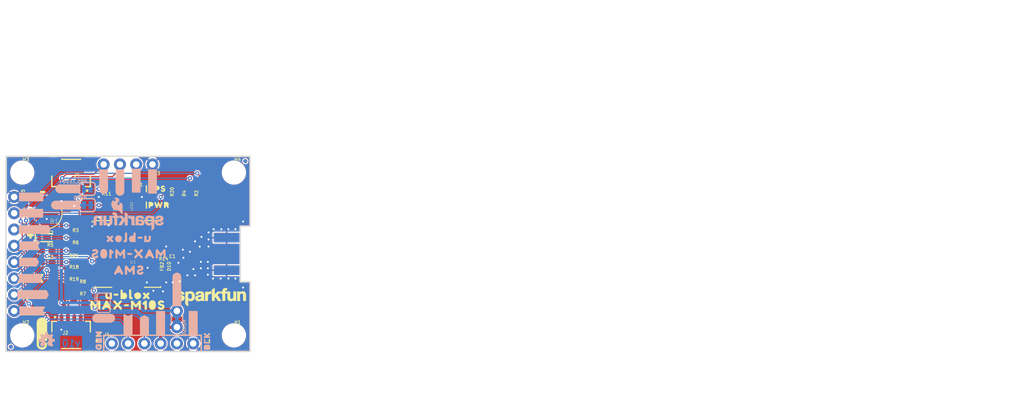
<source format=kicad_pcb>
(kicad_pcb (version 20211014) (generator pcbnew)
  (layers (0 "F.Cu" signal) (31 "B.Cu" signal) (34 "B.Paste" user) (35 "F.Paste" user) (36 "B.SilkS" user "B.Silkscreen") (37 "F.SilkS" user "F.Silkscreen") (38 "B.Mask" user) (39 "F.Mask" user) (44 "Edge.Cuts" user))
  (net 0 "")
  (net 1 "3.3V")
  (net 2 "GND")
  (net 3 "SCL")
  (net 4 "SDA")
  (net 5 "~{RESET}")
  (net 6 "TXLV")
  (net 7 "RXLV")
  (net 8 "BACKUP")
  (net 9 "INT")
  (net 10 "PPS")
  (net 11 "N$5")
  (net 12 "N$8")
  (net 13 "N$2")
  (net 14 "N$4")
  (net 15 "N$6")
  (net 16 "SDA_LV")
  (net 17 "SCL_LV")
  (net 18 "~{SAFE}")
  (net 19 "RXI")
  (net 20 "TXO")
  (net 21 "N$10")
  (net 22 "VCC_RF")
  (net 23 "ANT_VCC")
  (net 24 "EXTINT_LV")
  (net 25 "RST_LV")
  (net 26 "PPS_LV")
  (net 27 "SAFE_LV")
  (net 28 "N$17")
  (net 29 "GPS_RF")
  (net 30 "N$1")
  (footprint "eagleBoard:LED-0603" (layer "F.Cu") (at 149.7711 97.3836)
    (fp_text reference "LED2")
    (fp_text value "RED")
  )
  (footprint "eagleBoard:0603" (layer "F.Cu") (at 140.8811 104.4956 180)
    (fp_text reference "R21")
    (fp_text value "33")
  )
  (footprint "eagleBoard:0603" (layer "F.Cu") (at 158.0261 96.1136 90)
    (fp_text reference "R4")
    (fp_text value "33")
  )
  (footprint "eagleBoard:1X08_NO_SILK" (layer "F.Cu") (at 130.7211 96.1136 -90)
    (fp_text reference "J5")
    (fp_text value "")
  )
  (footprint "eagleBoard:MAX#M10S1" (layer "F.Cu") (at 148.5011 113.0046)
    (fp_text reference "U$18" hide)
    (fp_text value "" hide)
  )
  (footprint "eagleBoard:0402-TIGHT" (layer "F.Cu") (at 154.8511 106.1466)
    (fp_text reference "C1")
    (fp_text value "47pF" hide)
  )
  (footprint "eagleBoard:0603" (layer "F.Cu") (at 140.8811 108.1786 180)
    (fp_text reference "R19")
    (fp_text value "33")
  )
  (footprint "eagleBoard:U#BLOX0" (layer "F.Cu") (at 148.5011 111.3536)
    (fp_text reference "U$20" hide)
    (fp_text value "" hide)
  )
  (footprint "eagleBoard:0603" (layer "F.Cu") (at 145.9611 97.3836 180)
    (fp_text reference "R1")
    (fp_text value "1k")
  )
  (footprint "eagleBoard:0603" (layer "F.Cu") (at 156.1211 96.1136 90)
    (fp_text reference "R20")
    (fp_text value "33")
  )
  (footprint "eagleBoard:0402-TIGHT" (layer "F.Cu") (at 155.4511 107.7436 90)
    (fp_text reference "D10")
    (fp_text value "PESD0402-0402T")
  )
  (footprint "eagleBoard:0603" (layer "F.Cu") (at 140.8811 111.9886)
    (fp_text reference "R7")
    (fp_text value "2.2k")
  )
  (footprint "eagleBoard:STAND-OFF" (layer "F.Cu") (at 165.0111 117.7036)
    (fp_text reference "H1")
    (fp_text value "STAND-OFF")
  )
  (footprint "eagleBoard:0402-TIGHT" (layer "F.Cu") (at 154.8511 105.0036 180)
    (fp_text reference "R14")
    (fp_text value "33OHM-0402T-1/10W-1%" hide)
  )
  (footprint "eagleBoard:JST04_1MM_RA" (layer "F.Cu") (at 139.6111 94.8436 180)
    (fp_text reference "J4")
    (fp_text value "Qwiic Right Angle" hide)
  )
  (footprint "eagleBoard:GRN1" (layer "F.Cu") (at 143.9291 118.4656 90)
    (fp_text reference "U$5" hide)
    (fp_text value "" hide)
  )
  (footprint "eagleBoard:MAX-M10S" (layer "F.Cu") (at 148.5011 105.0036 180)
    (fp_text reference "U1")
    (fp_text value "MAX-M10S")
  )
  (footprint "eagleBoard:1X04_NO_SILK" (layer "F.Cu") (at 152.3111 91.0336 180)
    (fp_text reference "J3")
    (fp_text value "PTH" hide)
  )
  (footprint "eagleBoard:#0" (layer "F.Cu") (at 133.3881 102.0826)
    (fp_text reference "U$37" hide)
    (fp_text value "" hide)
  )
  (footprint "eagleBoard:0603" (layer "F.Cu") (at 135.8011 104.3686)
    (fp_text reference "R5")
    (fp_text value "3.3k")
  )
  (footprint "eagleBoard:##RST##0" (layer "F.Cu") (at 133.3881 113.8936)
    (fp_text reference "U$39" hide)
    (fp_text value "" hide)
  )
  (footprint "eagleBoard:ML414H_IV01E" (layer "F.Cu") (at 135.8011 98.6536 180)
    (fp_text reference "B1")
    (fp_text value "6.8MM_COIN_CELL" hide)
  )
  (footprint "eagleBoard:SMA-EDGE" (layer "F.Cu") (at 163.8681 105.0036 -90)
    (fp_text reference "E1" hide)
    (fp_text value "ANTENNA-SMA-GROUNDEDEDGE_SMA" hide)
  )
  (footprint "eagleBoard:ORDERING_INSTRUCTIONS" (layer "F.Cu") (at 186.6011 65.6336)
    (fp_text reference "U$2" hide)
    (fp_text value "SPECIAL_INSTRUCTIONS-ORDERING" hide)
  )
  (footprint "eagleBoard:0603" (layer "F.Cu") (at 140.8811 110.0836)
    (fp_text reference "R8")
    (fp_text value "2.2k")
  )
  (footprint "eagleBoard:LED-0603" (layer "F.Cu") (at 149.7711 94.8436)
    (fp_text reference "D1")
    (fp_text value "Yellow")
  )
  (footprint "eagleBoard:STAND-OFF" (layer "F.Cu") (at 165.0111 92.3036)
    (fp_text reference "H4")
    (fp_text value "STAND-OFF")
  )
  (footprint "eagleBoard:FIDUCIAL-MICRO" (layer "F.Cu") (at 166.7891 90.5256)
    (fp_text reference "FD3" hide)
    (fp_text value "FIDUCIALUFIDUCIAL" hide)
  )
  (footprint "eagleBoard:PWR6" (layer "F.Cu") (at 153.3271 97.3836)
    (fp_text reference "U$7" hide)
    (fp_text value "" hide)
  )
  (footprint "eagleBoard:#GND#5" (layer "F.Cu") (at 158.6611 115.7986 90)
    (fp_text reference "U$3" hide)
    (fp_text value "" hide)
  )
  (footprint "eagleBoard:0603" (layer "F.Cu") (at 145.9611 94.8436 180)
    (fp_text reference "R11")
    (fp_text value "1k")
  )
  (footprint "eagleBoard:#TX#3" (layer "F.Cu") (at 148.5011 116.1796 90)
    (fp_text reference "U$9" hide)
    (fp_text value "" hide)
  )
  (footprint "eagleBoard:STAND-OFF" (layer "F.Cu") (at 131.9911 117.7036)
    (fp_text reference "H2")
    (fp_text value "STAND-OFF")
  )
  (footprint "eagleBoard:BLK0" (layer "F.Cu") (at 160.8201 118.5926 90)
    (fp_text reference "U$4" hide)
    (fp_text value "" hide)
  )
  (footprint "eagleBoard:STAND-OFF" (layer "F.Cu") (at 131.9911 92.3036)
    (fp_text reference "H3")
    (fp_text value "STAND-OFF")
  )
  (footprint "eagleBoard:PPS7" (layer "F.Cu") (at 153.0731 94.8436)
    (fp_text reference "U$6" hide)
    (fp_text value "" hide)
  )
  (footprint "eagleBoard:FIDUCIAL-MICRO" (layer "F.Cu") (at 130.2131 119.4816)
    (fp_text reference "FD1" hide)
    (fp_text value "FIDUCIALUFIDUCIAL" hide)
  )
  (footprint "eagleBoard:0603" (layer "F.Cu") (at 140.8811 100.5586 180)
    (fp_text reference "R3")
    (fp_text value "33")
  )
  (footprint "eagleBoard:#0" (layer "F.Cu") (at 132.4991 98.6536)
    (fp_text reference "U$19" hide)
    (fp_text value "" hide)
  )
  (footprint "eagleBoard:0603" (layer "F.Cu") (at 140.8811 106.2736 180)
    (fp_text reference "R18")
    (fp_text value "33")
  )
  (footprint "eagleBoard:RX2" (layer "F.Cu") (at 132.8801 106.2736)
    (fp_text reference "U$44" hide)
    (fp_text value "" hide)
  )
  (footprint "eagleBoard:JST04_1MM_RA" (layer "F.Cu") (at 139.6111 115.1636)
    (fp_text reference "J2")
    (fp_text value "Qwiic Right Angle" hide)
  )
  (footprint "eagleBoard:0402-TIGHT" (layer "F.Cu") (at 154.3511 107.7436 90)
    (fp_text reference "FB2")
    (fp_text value "2.66Ω")
  )
  (footprint "eagleBoard:TX3" (layer "F.Cu") (at 132.7531 103.7336)
    (fp_text reference "U$45" hide)
    (fp_text value "" hide)
  )
  (footprint "eagleBoard:0603" (layer "F.Cu") (at 135.8011 106.2736)
    (fp_text reference "C3")
    (fp_text value "1.0uF")
  )
  (footprint "eagleBoard:SFE_LOGO_NAME_.1" (layer "F.Cu") (at 161.4511 111.7436)
    (fp_text reference "LOGO4" hide)
    (fp_text value "SFE_LOGO_NAME.1_INCH" hide)
  )
  (footprint "eagleBoard:1X06_NO_SILK" (layer "F.Cu") (at 145.9611 118.9736)
    (fp_text reference "J1")
    (fp_text value "USB-to-Serial")
  )
  (footprint "eagleBoard:#PPS#1" (layer "F.Cu") (at 133.2611 108.8136)
    (fp_text reference "U$43" hide)
    (fp_text value "" hide)
  )
  (footprint "eagleBoard:SOD-323" (layer "F.Cu") (at 135.8011 102.4636)
    (fp_text reference "D2")
    (fp_text value "0.5A/40V/420mV")
  )
  (footprint "eagleBoard:QWIIC_5MM" (layer "F.Cu") (at 135.0391 117.4496 90)
    (fp_text reference "LOGO3" hide)
    (fp_text value "QWIIC_LOGO_5MM" hide)
  )
  (footprint "eagleBoard:#1" (layer "F.Cu") (at 135.2931 95.3516)
    (fp_text reference "U$38" hide)
    (fp_text value "" hide)
  )
  (footprint "eagleBoard:#1" (layer "F.Cu") (at 132.3721 95.9866 90)
    (fp_text reference "U$40" hide)
    (fp_text value "" hide)
  )
  (footprint "eagleBoard:0603" (layer "F.Cu") (at 140.8811 102.4636 180)
    (fp_text reference "R6")
    (fp_text value "33")
  )
  (footprint "eagleBoard:0603" (layer "F.Cu") (at 159.9311 96.1136 90)
    (fp_text reference "R2")
    (fp_text value "33")
  )
  (footprint "eagleBoard:#RX#2" (layer "F.Cu") (at 151.0411 116.3066 90)
    (fp_text reference "U$8" hide)
    (fp_text value "" hide)
  )
  (footprint "eagleBoard:#3V3#4" (layer "F.Cu") (at 153.5811 115.7986 90)
    (fp_text reference "U$1" hide)
    (fp_text value "" hide)
  )
  (footprint "eagleBoard:CREATIVE_COMMONS" (layer "F.Cu") (at 195.4911 127.8636)
    (fp_text reference "FRAME1" hide)
    (fp_text value "FRAME-LETTER" hide)
  )
  (footprint "eagleBoard:#EINT#0" (layer "F.Cu") (at 133.6421 111.3536)
    (fp_text reference "U$42" hide)
    (fp_text value "" hide)
  )
  (footprint "eagleBoard:OSHW-LOGO-MINI" (layer "B.Cu") (at 135.8011 118.4656 180)
    (fp_text reference "LOGO1" hide)
    (fp_text value "OSHW-LOGOMINI" hide)
  )
  (footprint "eagleBoard:#PPS#0" (layer "B.Cu") (at 139.2301 94.8436 180)
    (fp_text reference "U$35" hide)
    (fp_text value "" hide)
  )
  (footprint "eagleBoard:FIDUCIAL-MICRO" (layer "B.Cu") (at 166.7891 90.5256 180)
    (fp_text reference "FD4" hide)
    (fp_text value "FIDUCIALUFIDUCIAL" hide)
  )
  (footprint "eagleBoard:#GND#5" (layer "B.Cu") (at 133.3881 96.1136 180)
    (fp_text reference "U$11" hide)
    (fp_text value "" hide)
  )
  (footprint "eagleBoard:GRN1" (layer "B.Cu") (at 143.9291 118.4656 90)
    (fp_text reference "U$29" hide)
    (fp_text value "" hide)
  )
  (footprint "eagleBoard:#RX#2" (layer "B.Cu") (at 151.0411 116.3066 90)
    (fp_text reference "U$25" hide)
    (fp_text value "" hide)
  )
  (footprint "eagleBoard:#MEAS#0" (layer "B.Cu") (at 156.1211 110.7186 90)
    (fp_text reference "U$41" hide)
    (fp_text value "" hide)
  )
  (footprint "eagleBoard:#3V3#4" (layer "B.Cu") (at 153.5811 115.7986 90)
    (fp_text reference "U$26" hide)
    (fp_text value "" hide)
  )
  (footprint "eagleBoard:#PPS#1" (layer "B.Cu") (at 133.2611 108.8136 180)
    (fp_text reference "U$14" hide)
    (fp_text value "" hide)
  )
  (footprint "eagleBoard:BLK0" (layer "B.Cu") (at 160.8201 118.5926 90)
    (fp_text reference "U$28" hide)
    (fp_text value "" hide)
  )
  (footprint "eagleBoard:#GND#5" (layer "B.Cu") (at 152.3111 93.7006 90)
    (fp_text reference "U$34" hide)
    (fp_text value "" hide)
  )
  (footprint "eagleBoard:SMA2" (layer "B.Cu") (at 148.5011 107.5436 180)
    (fp_text reference "U$24" hide)
    (fp_text value "" hide)
  )
  (footprint "eagleBoard:MAX#M10S1" (layer "B.Cu") (at 148.5011 105.0036 180)
    (fp_text reference "U$23" hide)
    (fp_text value "" hide)
  )
  (footprint "eagleBoard:SMT-JUMPER_2_NC_TRACE_SILK" (layer "B.Cu") (at 142.1511 97.3836 180)
    (fp_text reference "PWR0")
    (fp_text value "JUMPER-SMT_2_NC_TRACE_SILK")
  )
  (footprint "eagleBoard:#TX#0" (layer "B.Cu") (at 133.0071 103.7336 180)
    (fp_text reference "U$16" hide)
    (fp_text value "" hide)
  )
  (footprint "eagleBoard:#PWR#0" (layer "B.Cu") (at 138.8491 97.3836 180)
    (fp_text reference "U$36" hide)
    (fp_text value "" hide)
  )
  (footprint "eagleBoard:##SAFE##0" (layer "B.Cu") (at 133.7691 101.1936 180)
    (fp_text reference "U$13" hide)
    (fp_text value "" hide)
  )
  (footprint "eagleBoard:#EINT_#0" (layer "B.Cu") (at 133.5151 111.3536 180)
    (fp_text reference "U$46" hide)
    (fp_text value "" hide)
  )
  (footprint "eagleBoard:#GND#5" (layer "B.Cu") (at 158.6611 115.7986 90)
    (fp_text reference "U$27" hide)
    (fp_text value "" hide)
  )
  (footprint "eagleBoard:SMT-JUMPER_2_NC_TRACE_SILK" (layer "B.Cu") (at 142.1511 94.8436 180)
    (fp_text reference "PPS_LED0")
    (fp_text value "JUMPER-SMT_2_NC_TRACE_SILK")
  )
  (footprint "eagleBoard:#SCL#1" (layer "B.Cu") (at 144.6911 93.5736 90)
    (fp_text reference "U$32" hide)
    (fp_text value "" hide)
  )
  (footprint "eagleBoard:#I�C#0" (layer "B.Cu") (at 144.6911 115.0366 180)
    (fp_text reference "U$30" hide)
    (fp_text value "" hide)
  )
  (footprint "eagleBoard:#SDA#0" (layer "B.Cu") (at 147.2311 93.7006 90)
    (fp_text reference "U$33" hide)
    (fp_text value "" hide)
  )
  (footprint "eagleBoard:#3V3#4" (layer "B.Cu") (at 149.7711 93.5736 90)
    (fp_text reference "U$31" hide)
    (fp_text value "" hide)
  )
  (footprint "eagleBoard:SMT-JUMPER_3_NO_SILK" (layer "B.Cu") (at 144.6911 112.6236 -90)
    (fp_text reference "JP5")
    (fp_text value "JUMPER-SMT_3_NO_SILK")
  )
  (footprint "eagleBoard:FIDUCIAL-MICRO" (layer "B.Cu") (at 130.2131 119.4816 180)
    (fp_text reference "FD2" hide)
    (fp_text value "FIDUCIALUFIDUCIAL" hide)
  )
  (footprint "eagleBoard:#3V3#4" (layer "B.Cu") (at 133.3881 98.6536 180)
    (fp_text reference "U$10" hide)
    (fp_text value "" hide)
  )
  (footprint "eagleBoard:#RX#1" (layer "B.Cu") (at 132.8801 106.2736 180)
    (fp_text reference "U$15" hide)
    (fp_text value "" hide)
  )
  (footprint "eagleBoard:SFE_LOGO_NAME_FLAME_.1" (layer "B.Cu") (at 148.5011 99.9236 180)
    (fp_text reference "LOGO2" hide)
    (fp_text value "SFE_LOGO_NAME_FLAME.1_INCH" hide)
  )
  (footprint "eagleBoard:##RST##2" (layer "B.Cu") (at 133.3881 113.8936 180)
    (fp_text reference "U$12" hide)
    (fp_text value "" hide)
  )
  (footprint "eagleBoard:#TX#3" (layer "B.Cu") (at 148.5011 116.1796 90)
    (fp_text reference "U$22" hide)
    (fp_text value "" hide)
  )
  (footprint "eagleBoard:U#BLOX0" (layer "B.Cu") (at 148.5011 102.4636 180)
    (fp_text reference "U$21" hide)
    (fp_text value "" hide)
  )
  (footprint "eagleBoard:COMBO-JUMPER_2_NC_TRACE" (layer "B.Cu") (at 156.1211 115.1636 90)
    (fp_text reference "MEAS0")
    (fp_text value "JUMPER-COMBO_2_NC_TRACE")
  )
  (gr_line (start 159.9311 117.7036) (end 159.9311 120.2436) (layer "B.SilkS") (width 0.2032))
  (gr_line (start 144.6911 120.2436) (end 144.6911 117.7036) (layer "B.SilkS") (width 0.2032))
  (gr_line (start 144.6911 117.7036) (end 159.9311 117.7036) (layer "B.SilkS") (width 0.2032))
  (gr_line (start 144.6911 117.7036) (end 159.9311 117.7036) (layer "F.SilkS") (width 0.2032))
  (gr_line (start 144.6911 120.2436) (end 144.6911 117.7036) (layer "F.SilkS") (width 0.2032))
  (gr_line (start 159.9311 117.7036) (end 159.9311 120.2436) (layer "F.SilkS") (width 0.2032))
  (gr_line (start 166.0271 100.6856) (end 166.0271 109.3216) (layer "Edge.Cuts") (width 0.1524))
  (gr_line (start 167.5511 120.2436) (end 167.5511 109.3216) (layer "Edge.Cuts") (width 0.1524))
  (gr_line (start 129.4511 89.7636) (end 167.5511 89.7636) (layer "Edge.Cuts") (width 0.1524))
  (gr_line (start 167.5511 100.6856) (end 167.5511 89.7636) (layer "Edge.Cuts") (width 0.1524))
  (gr_line (start 167.5511 120.2436) (end 129.4511 120.2436) (layer "Edge.Cuts") (width 0.1524))
  (gr_line (start 166.0271 109.3216) (end 167.5511 109.3216) (layer "Edge.Cuts") (width 0.1524))
  (gr_line (start 167.5511 100.6856) (end 166.0271 100.6856) (layer "Edge.Cuts") (width 0.1524))
  (gr_line (start 129.4511 120.2436) (end 129.4511 89.7636) (layer "Edge.Cuts") (width 0.1524))
  (gr_text "v10" (at 139.6111 118.9736) (layer "B.Cu") (effects (font (size 1.0795 1.0795) (thickness 0.1905)) (justify mirror)))
  (segment (start 136.9511 102.4636) (end 138.0871 102.4636) (width 0.508) (layer "F.Cu") (net 1))
  (segment (start 138.1299 107.2054) (end 138.0871 107.1626) (width 0.508) (layer "F.Cu") (net 1))
  (segment (start 140.5001 93.5736) (end 140.1111 93.9626) (width 0.508) (layer "F.Cu") (net 1))
  (segment (start 149.1361 93.5736) (end 140.5001 93.5736) (width 0.508) (layer "F.Cu") (net 1))
  (segment (start 139.1111 115.1636) (end 139.1111 113.6476) (width 0.508) (layer "F.Cu") (net 1))
  (segment (start 149.7711 92.9386) (end 149.1361 93.5736) (width 0.508) (layer "F.Cu") (net 1))
  (segment (start 140.1111 97.5186) (end 140.1111 94.8436) (width 0.508) (layer "F.Cu") (net 1))
  (segment (start 142.9111 108.3036) (end 142.7861 108.1786) (width 0.508) (layer "F.Cu") (net 1))
  (segment (start 142.7861 107.2036) (end 142.461756 107.2036) (width 0.508) (layer "F.Cu") (net 1))
  (segment (start 139.4206 98.2091) (end 140.1111 97.5186) (width 0.508) (layer "F.Cu") (net 1))
  (segment (start 142.7861 108.1786) (end 142.7861 107.2036) (width 0.508) (layer "F.Cu") (net 1))
  (segment (start 144.0511 108.3036) (end 142.9111 108.3036) (width 0.508) (layer "F.Cu") (net 1))
  (segment (start 138.0871 107.1626) (end 138.0871 102.4636) (width 0.508) (layer "F.Cu") (net 1))
  (segment (start 142.461756 107.2036) (end 142.459956 107.2054) (width 0.508) (layer "F.Cu") (net 1))
  (segment (start 139.1111 113.6476) (end 138.0871 112.6236) (width 0.508) (layer "F.Cu") (net 1))
  (segment (start 138.0871 98.2091) (end 139.4206 98.2091) (width 0.508) (layer "F.Cu") (net 1))
  (segment (start 149.7711 91.0336) (end 149.7711 92.9386) (width 0.508) (layer "F.Cu") (net 1))
  (segment (start 144.0511 107.2036) (end 142.7861 107.2036) (width 0.508) (layer "F.Cu") (net 1))
  (segment (start 138.0871 102.4636) (end 138.0871 98.2091) (width 0.508) (layer "F.Cu") (net 1))
  (segment (start 131.7371 98.6536) (end 132.1816 98.2091) (width 0.508) (layer "F.Cu") (net 1))
  (segment (start 142.459956 107.2054) (end 138.1299 107.2054) (width 0.508) (layer "F.Cu") (net 1))
  (segment (start 132.1816 98.2091) (end 138.0871 98.2091) (width 0.508) (layer "F.Cu") (net 1))
  (segment (start 140.1111 93.9626) (end 140.1111 94.8436) (width 0.508) (layer "F.Cu") (net 1))
  (segment (start 130.7211 98.6536) (end 131.7371 98.6536) (width 0.508) (layer "F.Cu") (net 1))
  (via (at 138.1299 107.2054) (size 0.6604) (drill 0.3048) (layers "F.Cu" "B.Cu") (net 1))
  (via (at 140.1111 97.5186) (size 0.6604) (drill 0.3048) (layers "F.Cu" "B.Cu") (net 1))
  (via (at 138.0871 112.6236) (size 0.6604) (drill 0.3048) (layers "F.Cu" "B.Cu") (net 1))
  (segment (start 150.9141 113.8936) (end 150.1521 113.1316) (width 0.508) (layer "B.Cu") (net 1))
  (segment (start 141.6304 97.3836) (end 140.2461 97.3836) (width 0.508) (layer "B.Cu") (net 1))
  (segment (start 144.6911 112.6236) (end 138.0871 112.6236) (width 0.508) (layer "B.Cu") (net 1))
  (segment (start 156.1211 114.6556) (end 156.1211 113.8936) (width 0.508) (layer "B.Cu") (net 1))
  (segment (start 156.1211 113.8936) (end 150.9141 113.8936) (width 0.508) (layer "B.Cu") (net 1))
  (segment (start 150.1521 113.1316) (end 146.2151 113.1316) (width 0.508) (layer "B.Cu") (net 1))
  (segment (start 138.0871 107.2482) (end 138.1299 107.2054) (width 0.508) (layer "B.Cu") (net 1))
  (segment (start 138.0871 112.6236) (end 138.0871 107.2482) (width 0.508) (layer "B.Cu") (net 1))
  (segment (start 145.7071 112.6236) (end 144.6911 112.6236) (width 0.508) (layer "B.Cu") (net 1))
  (segment (start 140.2461 97.3836) (end 140.1111 97.5186) (width 0.508) (layer "B.Cu") (net 1))
  (segment (start 146.2151 113.1316) (end 145.7071 112.6236) (width 0.508) (layer "B.Cu") (net 1))
  (segment (start 156.3101 106.3846) (end 156.3481 106.3846) (width 0.3048) (layer "F.Cu") (net 2))
  (segment (start 155.4511 106.2466) (end 155.4511 107.2436) (width 0.3048) (layer "F.Cu") (net 2))
  (segment (start 155.4511 107.2436) (end 156.3101 106.3846) (width 0.3048) (layer "F.Cu") (net 2))
  (segment (start 155.4511 106.2466) (end 155.3511 106.1466) (width 0.3048) (layer "F.Cu") (net 2))
  (via (at 160.9511 106.2436) (size 0.6604) (drill 0.3048) (layers "F.Cu" "B.Cu") (net 2))
  (via (at 165.2511 108.8436) (size 0.6604) (drill 0.3048) (layers "F.Cu" "B.Cu") (net 2))
  (via (at 156.5561 109.2786) (size 0.6604) (drill 0.3048) (layers "F.Cu" "B.Cu") (net 2))
  (via (at 162.9511 108.8436) (size 0.6604) (drill 0.3048) (layers "F.Cu" "B.Cu") (net 2))
  (via (at 138.0871 116.8146) (size 0.6604) (drill 0.3048) (layers "F.Cu" "B.Cu") (net 2))
  (via (at 157.7511 108.3436) (size 0.6604) (drill 0.3048) (layers "F.Cu" "B.Cu") (net 2))
  (via (at 153.9511 110.8436) (size 0.6604) (drill 0.3048) (layers "F.Cu" "B.Cu") (net 2))
  (via (at 164.1511 108.8436) (size 0.6604) (drill 0.3048) (layers "F.Cu" "B.Cu") (net 2))
  (via (at 143.9291 96.1136) (size 0.6604) (drill 0.3048) (layers "F.Cu" "B.Cu") (net 2))
  (via (at 151.5491 107.1626) (size 0.6604) (drill 0.3048) (layers "F.Cu" "B.Cu") (net 2))
  (via (at 160.9511 107.2436) (size 0.6604) (drill 0.3048) (layers "F.Cu" "B.Cu") (net 2))
  (via (at 159.9511 102.3436) (size 0.6604) (drill 0.3048) (layers "F.Cu" "B.Cu") (net 2))
  (via (at 142.9131 100.6856) (size 0.6604) (drill 0.3048) (layers "F.Cu" "B.Cu") (net 2))
  (via (at 158.1531 104.6606) (size 0.6604) (drill 0.3048) (layers "F.Cu" "B.Cu") (net 2))
  (via (at 151.4221 109.4486) (size 0.6604) (drill 0.3048) (layers "F.Cu" "B.Cu") (net 2))
  (via (at 152.4511 110.7436) (size 0.6604) (drill 0.3048) (layers "F.Cu" "B.Cu") (net 2))
  (via (at 158.6991 107.3626) (size 0.6604) (drill 0.3048) (layers "F.Cu" "B.Cu") (net 2))
  (via (at 159.8511 107.2436) (size 0.6604) (drill 0.3048) (layers "F.Cu" "B.Cu") (net 2))
  (via (at 155.4511 109.4436) (size 0.6604) (drill 0.3048) (layers "F.Cu" "B.Cu") (net 2))
  (via (at 158.9511 108.3436) (size 0.6604) (drill 0.3048) (layers "F.Cu" "B.Cu") (net 2))
  (via (at 166.4511 99.9436) (size 0.6604) (drill 0.3048) (layers "F.Cu" "B.Cu") (net 2))
  (via (at 165.2511 101.1436) (size 0.6604) (drill 0.3048) (layers "F.Cu" "B.Cu") (net 2))
  (via (at 164.1511 101.1436) (size 0.6604) (drill 0.3048) (layers "F.Cu" "B.Cu") (net 2))
  (via (at 135.8011 99.5426) (size 0.6604) (drill 0.3048) (layers "F.Cu" "B.Cu") (net 2))
  (via (at 157.0511 104.3436) (size 0.6604) (drill 0.3048) (layers "F.Cu" "B.Cu") (net 2))
  (via (at 163.0511 101.1436) (size 0.6604) (drill 0.3048) (layers "F.Cu" "B.Cu") (net 2))
  (via (at 161.8511 101.1436) (size 0.6604) (drill 0.3048) (layers "F.Cu" "B.Cu") (net 2))
  (via (at 144.0561 99.2886) (size 0.6604) (drill 0.3048) (layers "F.Cu" "B.Cu") (net 2))
  (via (at 166.4511 110.2436) (size 0.6604) (drill 0.3048) (layers "F.Cu" "B.Cu") (net 2))
  (via (at 158.9511 103.0436) (size 0.6604) (drill 0.3048) (layers "F.Cu" "B.Cu") (net 2))
  (via (at 157.1371 105.5956) (size 0.6604) (drill 0.3048) (layers "F.Cu" "B.Cu") (net 2))
  (via (at 150.6601 96.1136) (size 0.6604) (drill 0.3048) (layers "F.Cu" "B.Cu") (net 2))
  (via (at 138.0871 96.7486) (size 0.6604) (drill 0.3048) (layers "F.Cu" "B.Cu") (net 2))
  (via (at 154.4511 109.4436) (size 0.6604) (drill 0.3048) (layers "F.Cu" "B.Cu") (net 2))
  (via (at 161.0511 101.6436) (size 0.6604) (drill 0.3048) (layers "F.Cu" "B.Cu") (net 2))
  (via (at 159.6771 103.8606) (size 0.6604) (drill 0.3048) (layers "F.Cu" "B.Cu") (net 2))
  (via (at 145.4531 100.5586) (size 0.6604) (drill 0.3048) (layers "F.Cu" "B.Cu") (net 2))
  (via (at 161.0511 102.7436) (size 0.6604) (drill 0.3048) (layers "F.Cu" "B.Cu") (net 2))
  (via (at 154.4511 103.8436) (size 0.6604) (drill 0.3048) (layers "F.Cu" "B.Cu") (net 2))
  (via (at 161.0511 103.8436) (size 0.6604) (drill 0.3048) (layers "F.Cu" "B.Cu") (net 2))
  (via (at 161.7511 108.8436) (size 0.6604) (drill 0.3048) (layers "F.Cu" "B.Cu") (net 2))
  (via (at 160.9511 108.2436) (size 0.6604) (drill 0.3048) (layers "F.Cu" "B.Cu") (net 2))
  (via (at 159.8511 106.2436) (size 0.6604) (drill 0.3048) (layers "F.Cu" "B.Cu") (net 2))
  (via (at 156.3481 106.3846) (size 0.6604) (drill 0.3048) (layers "F.Cu" "B.Cu") (net 2))
  (segment (start 138.1111 93.2956) (end 138.2141 93.1926) (width 0.1778) (layer "F.Cu") (net 3))
  (segment (start 140.8811 113.1316) (end 140.8811 111.9886) (width 0.1778) (layer "F.Cu") (net 3))
  (segment (start 133.9926 108.331) (end 138.0871 108.331) (width 0.1778) (layer "F.Cu") (net 3))
  (segment (start 133.0579 105.0646) (end 133.0579 107.3963) (width 0.1778) (layer "F.Cu") (net 3))
  (segment (start 138.8364 92.5703) (end 143.1544 92.5703) (width 0.1778) (layer "F.Cu") (net 3))
  (segment (start 132.6261 99.8346) (end 132.5881 99.7966) (width 0.1778) (layer "F.Cu") (net 3))
  (segment (start 143.1544 92.5703) (end 144.6911 91.0336) (width 0.1778) (layer "F.Cu") (net 3))
  (segment (start 132.6261 104.6328) (end 132.6261 99.8346) (width 0.1778) (layer "F.Cu") (net 3))
  (segment (start 138.16265 108.331) (end 138.0871 108.331) (width 0.1778) (layer "F.Cu") (net 3))
  (segment (start 140.8811 109.4486) (end 140.6271 109.1946) (width 0.1778) (layer "F.Cu") (net 3))
  (segment (start 140.6271 109.1946) (end 139.6111 109.1946) (width 0.1778) (layer "F.Cu") (net 3))
  (segment (start 158.0261 95.2636) (end 158.0261 93.3196) (width 0.1778) (layer "F.Cu") (net 3))
  (segment (start 141.1111 113.3616) (end 140.8811 113.1316) (width 0.1778) (layer "F.Cu") (net 3))
  (segment (start 133.0579 107.3963) (end 133.9926 108.331) (width 0.1778) (layer "F.Cu") (net 3))
  (segment (start 139.02625 109.1946) (end 138.16265 108.331) (width 0.1778) (layer "F.Cu") (net 3))
  (segment (start 158.0261 93.3196) (end 158.1531 93.1926) (width 0.1778) (layer "F.Cu") (net 3))
  (segment (start 140.8811 111.9886) (end 140.8811 109.4486) (width 0.1778) (layer "F.Cu") (net 3))
  (segment (start 141.1111 115.1636) (end 141.1111 113.3616) (width 0.1778) (layer "F.Cu") (net 3))
  (segment (start 139.6111 109.1946) (end 139.02625 109.1946) (width 0.1778) (layer "F.Cu") (net 3))
  (segment (start 138.8364 92.5703) (end 138.2141 93.1926) (width 0.1778) (layer "F.Cu") (net 3))
  (segment (start 138.1111 94.8436) (end 138.1111 93.2956) (width 0.1778) (layer "F.Cu") (net 3))
  (segment (start 140.0311 111.9886) (end 140.8811 111.9886) (width 0.1778) (layer "F.Cu") (net 3))
  (segment (start 132.6261 104.6328) (end 133.0579 105.0646) (width 0.1778) (layer "F.Cu") (net 3))
  (via (at 132.5881 99.7966) (size 0.6604) (drill 0.3048) (layers "F.Cu" "B.Cu") (net 3))
  (via (at 158.1531 93.1926) (size 0.6604) (drill 0.3048) (layers "F.Cu" "B.Cu") (net 3))
  (via (at 138.2141 93.1926) (size 0.6604) (drill 0.3048) (layers "F.Cu" "B.Cu") (net 3))
  (segment (start 138.2141 93.1926) (end 132.4991 98.9076) (width 0.1778) (layer "B.Cu") (net 3))
  (segment (start 132.4991 99.7076) (end 132.5881 99.7966) (width 0.1778) (layer "B.Cu") (net 3))
  (segment (start 158.1531 93.1926) (end 138.2141 93.1926) (width 0.1778) (layer "B.Cu") (net 3))
  (segment (start 132.4991 98.9076) (end 132.4991 99.7076) (width 0.1778) (layer "B.Cu") (net 3))
  (segment (start 159.9311 93.0656) (end 159.2961 92.4306) (width 0.1778) (layer "F.Cu") (net 4))
  (segment (start 139.8778 92.9259) (end 146.0881 92.9259) (width 0.1778) (layer "F.Cu") (net 4))
  (segment (start 131.7499 99.9236) (end 131.9975 100.1712) (width 0.1778) (layer "F.Cu") (net 4))
  (segment (start 140.0311 110.0836) (end 139.1031 110.0836) (width 0.1778) (layer "F.Cu") (net 4))
  (segment (start 147.2311 91.7829) (end 147.2311 91.0336) (width 0.1778) (layer "F.Cu") (net 4))
  (segment (start 131.9975 104.5071) (end 131.9975 100.1712) (width 0.1778) (layer "F.Cu") (net 4))
  (segment (start 132.7023 105.2119) (end 132.7023 107.5436) (width 0.1778) (layer "F.Cu") (net 4))
  (segment (start 139.1031 109.77435) (end 138.01535 108.6866) (width 0.1778) (layer "F.Cu") (net 4))
  (segment (start 139.1111 93.6926) (end 139.8778 92.9259) (width 0.1778) (layer "F.Cu") (net 4))
  (segment (start 139.1111 94.8436) (end 139.1111 93.6926) (width 0.1778) (layer "F.Cu") (net 4))
  (segment (start 140.1111 115.1636) (end 140.1111 113.8856) (width 0.1778) (layer "F.Cu") (net 4))
  (segment (start 131.9975 104.5071) (end 132.7023 105.2119) (width 0.1778) (layer "F.Cu") (net 4))
  (segment (start 139.1031 112.8776) (end 139.1031 110.0836) (width 0.1778) (layer "F.Cu") (net 4))
  (segment (start 140.1111 113.8856) (end 139.1031 112.8776) (width 0.1778) (layer "F.Cu") (net 4))
  (segment (start 159.9311 95.2636) (end 159.9311 93.0656) (width 0.1778) (layer "F.Cu") (net 4))
  (segment (start 146.0881 92.9259) (end 147.2311 91.7829) (width 0.1778) (layer "F.Cu") (net 4))
  (segment (start 138.01535 108.6866) (end 133.8453 108.6866) (width 0.1778) (layer "F.Cu") (net 4))
  (segment (start 139.1031 110.0836) (end 139.1031 109.77435) (width 0.1778) (layer "F.Cu") (net 4))
  (segment (start 132.7023 107.5436) (end 133.8453 108.6866) (width 0.1778) (layer "F.Cu") (net 4))
  (via (at 159.2961 92.4306) (size 0.6604) (drill 0.3048) (layers "F.Cu" "B.Cu") (net 4))
  (via (at 131.7499 99.9236) (size 0.6604) (drill 0.3048) (layers "F.Cu" "B.Cu") (net 4))
  (segment (start 131.7499 99.33105) (end 131.7499 99.9236) (width 0.1778) (layer "B.Cu") (net 4))
  (segment (start 147.2311 92.4306) (end 137.9601 92.4306) (width 0.1778) (layer "B.Cu") (net 4))
  (segment (start 131.9276 98.4631) (end 131.9276 99.15335) (width 0.1778) (layer "B.Cu") (net 4))
  (segment (start 137.9601 92.4306) (end 131.9276 98.4631) (width 0.1778) (layer "B.Cu") (net 4))
  (segment (start 159.2961 92.4306) (end 147.2311 92.4306) (width 0.1778) (layer "B.Cu") (net 4))
  (segment (start 131.9276 99.15335) (end 131.7499 99.33105) (width 0.1778) (layer "B.Cu") (net 4))
  (segment (start 147.2311 91.0336) (end 147.2311 92.4306) (width 0.1778) (layer "B.Cu") (net 4))
  (segment (start 138.30995 107.9754) (end 136.2329 107.9754) (width 0.1778) (layer "F.Cu") (net 5))
  (segment (start 140.0311 108.1786) (end 138.51315 108.1786) (width 0.1778) (layer "F.Cu") (net 5))
  (segment (start 136.2329 107.9754) (end 135.8011 107.5436) (width 0.1778) (layer "F.Cu") (net 5))
  (segment (start 138.51315 108.1786) (end 138.30995 107.9754) (width 0.1778) (layer "F.Cu") (net 5))
  (via (at 135.8011 107.5436) (size 0.6604) (drill 0.3048) (layers "F.Cu" "B.Cu") (net 5))
  (segment (start 135.8011 108.8136) (end 130.7211 113.8936) (width 0.1778) (layer "B.Cu") (net 5))
  (segment (start 135.8011 107.5436) (end 135.8011 108.8136) (width 0.1778) (layer "B.Cu") (net 5))
  (segment (start 144.0511 101.7036) (end 142.9151 101.7036) (width 0.1778) (layer "F.Cu") (net 6))
  (segment (start 142.9151 101.7036) (end 141.7701 100.5586) (width 0.1778) (layer "F.Cu") (net 6))
  (segment (start 141.7701 100.5586) (end 141.7311 100.5586) (width 0.1778) (layer "F.Cu") (net 6))
  (segment (start 142.9601 102.8036) (end 142.6201 102.4636) (width 0.1778) (layer "F.Cu") (net 7))
  (segment (start 144.0511 102.8036) (end 142.9601 102.8036) (width 0.1778) (layer "F.Cu") (net 7))
  (segment (start 142.6201 102.4636) (end 141.7311 102.4636) (width 0.1778) (layer "F.Cu") (net 7))
  (segment (start 133.6421 103.9876) (end 133.6421 100.1776) (width 0.1778) (layer "F.Cu") (net 8))
  (segment (start 134.9511 106.2736) (end 134.9511 105.3846) (width 0.1778) (layer "F.Cu") (net 8))
  (segment (start 142.9561 106.1036) (end 142.9131 106.1466) (width 0.1778) (layer "F.Cu") (net 8))
  (segment (start 135.835181 105.3211) (end 135.0146 105.3211) (width 0.1778) (layer "F.Cu") (net 8))
  (segment (start 135.0146 105.3211) (end 134.9511 105.3846) (width 0.1778) (layer "F.Cu") (net 8))
  (segment (start 134.9511 105.3846) (end 134.9511 104.3686) (width 0.1778) (layer "F.Cu") (net 8))
  (segment (start 133.6421 100.1776) (end 133.7791 100.3146) (width 0.1778) (layer "F.Cu") (net 8))
  (segment (start 133.7791 100.3146) (end 133.7791 100.6856) (width 0.1778) (layer "F.Cu") (net 8))
  (segment (start 144.0511 106.1036) (end 142.9561 106.1036) (width 0.1778) (layer "F.Cu") (net 8))
  (segment (start 134.9511 104.3686) (end 134.0231 104.3686) (width 0.1778) (layer "F.Cu") (net 8))
  (segment (start 134.0231 104.3686) (end 133.6421 103.9876) (width 0.1778) (layer "F.Cu") (net 8))
  (via (at 142.9131 106.1466) (size 0.6604) (drill 0.3048) (layers "F.Cu" "B.Cu") (net 8))
  (via (at 135.835181 105.3211) (size 0.6604) (drill 0.3048) (layers "F.Cu" "B.Cu") (net 8))
  (segment (start 135.835181 105.3211) (end 135.936781 105.4227) (width 0.1778) (layer "B.Cu") (net 8))
  (segment (start 135.936781 105.4227) (end 142.1892 105.4227) (width 0.1778) (layer "B.Cu") (net 8))
  (segment (start 142.1892 105.4227) (end 142.9131 106.1466) (width 0.1778) (layer "B.Cu") (net 8))
  (segment (start 140.0311 106.2736) (end 138.8491 106.2736) (width 0.1778) (layer "F.Cu") (net 9))
  (via (at 138.8491 106.2736) (size 0.6604) (drill 0.3048) (layers "F.Cu" "B.Cu") (net 9))
  (segment (start 138.8491 106.2736) (end 135.8011 106.2736) (width 0.1778) (layer "B.Cu") (net 9))
  (segment (start 135.8011 106.2736) (end 130.7211 111.3536) (width 0.1778) (layer "B.Cu") (net 9))
  (segment (start 140.8811 103.6456) (end 140.8811 96.3676) (width 0.1778) (layer "F.Cu") (net 10))
  (segment (start 140.0311 104.4956) (end 138.8491 104.4956) (width 0.1778) (layer "F.Cu") (net 10))
  (segment (start 140.0311 104.4956) (end 140.8811 103.6456) (width 0.1778) (layer "F.Cu") (net 10))
  (via (at 140.8811 96.3676) (size 0.6604) (drill 0.3048) (layers "F.Cu" "B.Cu") (net 10))
  (via (at 138.8491 104.4956) (size 0.6604) (drill 0.3048) (layers "F.Cu" "B.Cu") (net 10))
  (segment (start 141.6304 95.6183) (end 141.6304 94.8436) (width 0.1778) (layer "B.Cu") (net 10))
  (segment (start 135.0391 104.4956) (end 130.7211 108.8136) (width 0.1778) (layer "B.Cu") (net 10))
  (segment (start 140.8811 96.3676) (end 141.6304 95.6183) (width 0.1778) (layer "B.Cu") (net 10))
  (segment (start 138.8491 104.4956) (end 135.0391 104.4956) (width 0.1778) (layer "B.Cu") (net 10))
  (segment (start 141.7311 110.0836) (end 142.5321 110.0836) (width 0.1778) (layer "F.Cu") (net 11))
  (segment (start 142.5321 110.0836) (end 143.1671 110.7186) (width 0.1778) (layer "F.Cu") (net 11))
  (via (at 143.1671 110.7186) (size 0.6604) (drill 0.3048) (layers "F.Cu" "B.Cu") (net 11))
  (segment (start 143.4973 111.8108) (end 143.1671 111.4806) (width 0.1778) (layer "B.Cu") (net 11))
  (segment (start 144.6911 111.8108) (end 143.4973 111.8108) (width 0.1778) (layer "B.Cu") (net 11))
  (segment (start 143.1671 110.7186) (end 143.1671 111.4806) (width 0.1778) (layer "B.Cu") (net 11))
  (segment (start 141.8971 111.9886) (end 141.7311 111.9886) (width 0.1778) (layer "F.Cu") (net 12))
  (segment (start 143.2941 113.3856) (end 141.8971 111.9886) (width 0.1778) (layer "F.Cu") (net 12))
  (via (at 143.2941 113.3856) (size 0.6604) (drill 0.3048) (layers "F.Cu" "B.Cu") (net 12))
  (segment (start 143.3449 113.4364) (end 143.2941 113.3856) (width 0.1778) (layer "B.Cu") (net 12))
  (segment (start 144.6911 113.4364) (end 143.3449 113.4364) (width 0.1778) (layer "B.Cu") (net 12))
  (segment (start 146.8111 94.8436) (end 148.8941 94.8436) (width 0.1778) (layer "F.Cu") (net 13))
  (segment (start 145.1111 94.8436) (end 143.9291 94.8436) (width 0.1778) (layer "F.Cu") (net 14))
  (via (at 143.9291 94.8436) (size 0.6604) (drill 0.3048) (layers "F.Cu" "B.Cu") (net 14))
  (segment (start 143.9291 94.8436) (end 142.6718 94.8436) (width 0.1778) (layer "B.Cu") (net 14))
  (segment (start 136.5561 104.3686) (end 134.6511 102.4636) (width 0.1778) (layer "F.Cu") (net 15))
  (segment (start 136.6511 104.3686) (end 136.5561 104.3686) (width 0.1778) (layer "F.Cu") (net 15))
  (segment (start 159.9311 97.8526) (end 159.9311 96.9636) (width 0.1778) (layer "F.Cu") (net 16))
  (segment (start 152.9511 102.8036) (end 154.9801 102.8036) (width 0.1778) (layer "F.Cu") (net 16))
  (segment (start 159.9311 97.8526) (end 154.9801 102.8036) (width 0.1778) (layer "F.Cu") (net 16))
  (segment (start 158.0261 98.2675) (end 158.0261 96.9636) (width 0.1778) (layer "F.Cu") (net 17))
  (segment (start 158.0261 98.2675) (end 154.59 101.7036) (width 0.1778) (layer "F.Cu") (net 17))
  (segment (start 152.9511 101.7036) (end 154.59 101.7036) (width 0.1778) (layer "F.Cu") (net 17))
  (segment (start 156.1211 95.2636) (end 154.4311 95.2636) (width 0.1778) (layer "F.Cu") (net 18))
  (segment (start 154.4311 95.2636) (end 153.5811 96.1136) (width 0.1778) (layer "F.Cu") (net 18))
  (via (at 153.5811 96.1136) (size 0.6604) (drill 0.3048) (layers "F.Cu" "B.Cu") (net 18))
  (segment (start 153.5811 96.1136) (end 153.5811 97.3836) (width 0.1778) (layer "B.Cu") (net 18))
  (segment (start 152.3111 98.6536) (end 135.0391 98.6536) (width 0.1778) (layer "B.Cu") (net 18))
  (segment (start 153.5811 97.3836) (end 152.3111 98.6536) (width 0.1778) (layer "B.Cu") (net 18))
  (segment (start 132.4991 101.1936) (end 130.7211 101.1936) (width 0.1778) (layer "B.Cu") (net 18))
  (segment (start 135.0391 98.6536) (end 132.4991 101.1936) (width 0.1778) (layer "B.Cu") (net 18))
  (segment (start 131.9911 107.5436) (end 130.7211 106.2736) (width 0.1778) (layer "F.Cu") (net 19))
  (segment (start 131.9911 111.7346) (end 131.9911 107.5436) (width 0.1778) (layer "F.Cu") (net 19))
  (segment (start 140.0311 102.4636) (end 138.8491 102.4636) (width 0.1778) (layer "F.Cu") (net 19))
  (segment (start 133.0071 112.7506) (end 131.9911 111.7346) (width 0.1778) (layer "F.Cu") (net 19))
  (via (at 133.0071 112.7506) (size 0.6604) (drill 0.3048) (layers "F.Cu" "B.Cu") (net 19))
  (via (at 138.8491 102.4636) (size 0.6604) (drill 0.3048) (layers "F.Cu" "B.Cu") (net 19))
  (segment (start 151.0411 118.9736) (end 151.0411 115.9256) (width 0.1778) (layer "B.Cu") (net 19))
  (segment (start 136.04835 114.3127) (end 134.5692 114.3127) (width 0.1778) (layer "B.Cu") (net 19))
  (segment (start 136.39125 114.6556) (end 136.04835 114.3127) (width 0.1778) (layer "B.Cu") (net 19))
  (segment (start 134.5311 102.4636) (end 130.7211 106.2736) (width 0.1778) (layer "B.Cu") (net 19))
  (segment (start 149.7711 114.6556) (end 136.39125 114.6556) (width 0.1778) (layer "B.Cu") (net 19))
  (segment (start 133.0071 112.7506) (end 134.5692 114.3127) (width 0.1778) (layer "B.Cu") (net 19))
  (segment (start 138.8491 102.4636) (end 134.5311 102.4636) (width 0.1778) (layer "B.Cu") (net 19))
  (segment (start 151.0411 115.9256) (end 149.7711 114.6556) (width 0.1778) (layer "B.Cu") (net 19))
  (segment (start 135.8011 115.1636) (end 135.8011 114.6607) (width 0.1778) (layer "F.Cu") (net 20))
  (segment (start 140.0311 100.5586) (end 138.8491 100.5586) (width 0.1778) (layer "F.Cu") (net 20))
  (segment (start 135.8011 114.6607) (end 132.3467 111.2063) (width 0.1778) (layer "F.Cu") (net 20))
  (segment (start 132.3467 105.3592) (end 130.7211 103.7336) (width 0.1778) (layer "F.Cu") (net 20))
  (segment (start 132.3467 111.2063) (end 132.3467 105.3592) (width 0.1778) (layer "F.Cu") (net 20))
  (via (at 138.8491 100.5586) (size 0.6604) (drill 0.3048) (layers "F.Cu" "B.Cu") (net 20))
  (via (at 135.8011 115.1636) (size 0.6604) (drill 0.3048) (layers "F.Cu" "B.Cu") (net 20))
  (segment (start 147.2311 115.1636) (end 135.8011 115.1636) (width 0.1778) (layer "B.Cu") (net 20))
  (segment (start 148.5011 118.9736) (end 148.5011 116.4336) (width 0.1778) (layer "B.Cu") (net 20))
  (segment (start 138.8491 100.5586) (end 133.8961 100.5586) (width 0.1778) (layer "B.Cu") (net 20))
  (segment (start 148.5011 116.4336) (end 147.2311 115.1636) (width 0.1778) (layer "B.Cu") (net 20))
  (segment (start 133.8961 100.5586) (end 130.7211 103.7336) (width 0.1778) (layer "B.Cu") (net 20))
  (segment (start 148.8941 97.3836) (end 146.8111 97.3836) (width 0.1778) (layer "F.Cu") (net 21))
  (segment (start 152.9511 105.0036) (end 154.3511 105.0036) (width 0.3048) (layer "F.Cu") (net 22))
  (segment (start 155.3511 105.0036) (end 155.3511 105.070575) (width 0.3048) (layer "F.Cu") (net 23))
  (segment (start 154.351096 106.146604) (end 154.351096 107.243597) (width 0.3048) (layer "F.Cu") (net 23))
  (segment (start 154.3511 106.070575) (end 154.3511 106.1466) (width 0.3048) (layer "F.Cu") (net 23))
  (segment (start 155.3511 105.070575) (end 154.3511 106.070575) (width 0.3048) (layer "F.Cu") (net 23))
  (segment (start 154.3511 107.2436) (end 154.351096 107.243597) (width 0.3048) (layer "F.Cu") (net 23))
  (segment (start 154.3511 106.1466) (end 154.351096 106.146604) (width 0.3048) (layer "F.Cu") (net 23))
  (segment (start 143.0011 105.0036) (end 141.7311 106.2736) (width 0.1778) (layer "F.Cu") (net 24))
  (segment (start 144.0511 105.0036) (end 143.0011 105.0036) (width 0.1778) (layer "F.Cu") (net 24))
  (segment (start 142.9561 109.4036) (end 141.7311 108.1786) (width 0.1778) (layer "F.Cu") (net 25))
  (segment (start 144.0511 109.4036) (end 142.9561 109.4036) (width 0.1778) (layer "F.Cu") (net 25))
  (segment (start 142.4931 104.4956) (end 141.7311 104.4956) (width 0.1778) (layer "F.Cu") (net 26))
  (segment (start 143.0851 103.9036) (end 142.4931 104.4956) (width 0.1778) (layer "F.Cu") (net 26))
  (segment (start 144.0511 103.9036) (end 143.0851 103.9036) (width 0.1778) (layer "F.Cu") (net 26))
  (segment (start 154.1711 100.6036) (end 156.1211 98.6536) (width 0.1778) (layer "F.Cu") (net 27))
  (segment (start 156.1211 98.6536) (end 156.1211 96.9636) (width 0.1778) (layer "F.Cu") (net 27))
  (segment (start 152.9511 100.6036) (end 154.1711 100.6036) (width 0.1778) (layer "F.Cu") (net 27))
  (segment (start 145.1111 97.3836) (end 143.9291 97.3836) (width 0.1778) (layer "F.Cu") (net 28))
  (via (at 143.9291 97.3836) (size 0.6604) (drill 0.3048) (layers "F.Cu" "B.Cu") (net 28))
  (segment (start 143.9291 97.3836) (end 142.6718 97.3836) (width 0.1778) (layer "B.Cu") (net 28))
  (segment (start 159.3911 105.0036) (end 163.8681 105.0036) (width 1) (layer "F.Cu") (net 29))
  (segment (start 155.5111 108.3036) (end 156.0911 108.3036) (width 1) (layer "F.Cu") (net 29))
  (segment (start 154.3511 108.2436) (end 155.4511 108.2436) (width 0.889) (layer "F.Cu") (net 29))
  (segment (start 154.3511 108.3036) (end 155.5111 108.3036) (width 1) (layer "F.Cu") (net 29))
  (segment (start 152.9511 108.3036) (end 154.3511 108.3036) (width 0.9) (layer "F.Cu") (net 29))
  (segment (start 155.4511 108.2436) (end 155.5111 108.3036) (width 0.889) (layer "F.Cu") (net 29))
  (segment (start 156.0911 108.3036) (end 159.3911 105.0036) (width 1) (layer "F.Cu") (net 29))
  (segment (start 153.5811 118.9736) (end 153.5811 117.3226) (width 0.508) (layer "F.Cu") (net 30))
  (segment (start 154.4701 116.4336) (end 156.1211 116.4336) (width 0.508) (layer "F.Cu") (net 30))
  (segment (start 153.5811 117.3226) (end 154.4701 116.4336) (width 0.508) (layer "F.Cu") (net 30))
  (segment (start 156.1211 115.6716) (end 156.1211 116.4336) (width 0.508) (layer "B.Cu") (net 30))
  (zone (net 2) (net_name "GND") (layer "F.Cu") (priority 2) (connect_pads (clearance 0.1524)) (min_thickness 0.0762) (fill yes (thermal_gap 0.2024) (thermal_bridge_width 0.2024))
    (polygon (pts (xy 167.6273 120.3198) (xy 129.3749 120.3198) (xy 129.3749 89.6874) (xy 167.6273 89.6874)))
  )
  (zone (net 2) (net_name "GND") (layer "B.Cu") (priority 2) (connect_pads (clearance 0.1524)) (min_thickness 0.0762) (fill yes (thermal_gap 0.2024) (thermal_bridge_width 0.2024))
    (polygon (pts (xy 167.6273 120.3198) (xy 129.3749 120.3198) (xy 129.3749 89.6874) (xy 167.6273 89.6874)))
  )
)
</source>
